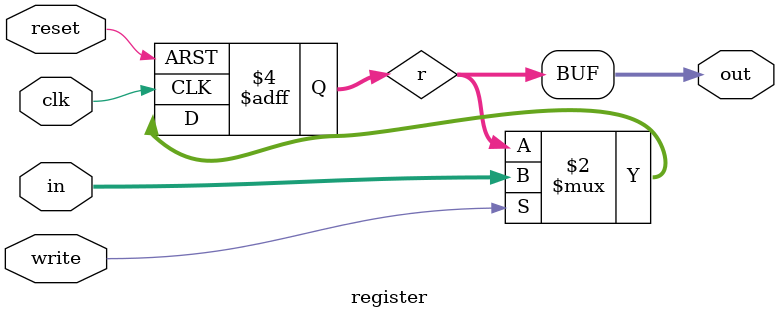
<source format=sv>

module register
(
    input clk,
    input reset,

    input [15:0] in,
    input write,

    output [15:0] out
);

    reg [15:0] r;

    always @(negedge clk or posedge reset) begin
        // $display("REGISTER: __UPDATE__");
        if (reset) begin
            r <= 0;
        end
        else if (write) begin
            r <= in;
        end
    end

    assign out = r;
endmodule



</source>
